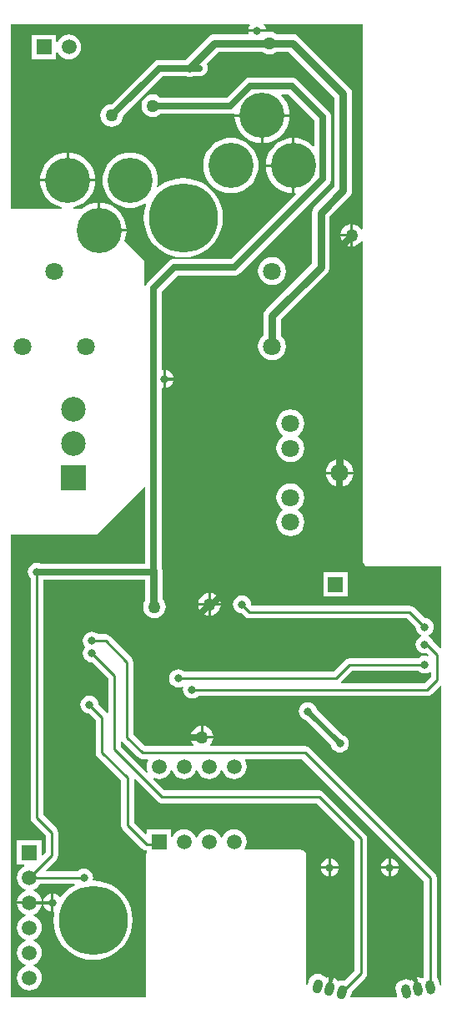
<source format=gbl>
%FSTAX24Y24*%
%MOIN*%
G70*
G01*
G75*
G04 Layer_Physical_Order=2*
G04 Layer_Color=16711680*
%ADD10O,0.0394X0.0984*%
%ADD11R,0.0394X0.0984*%
%ADD12R,0.0394X0.0512*%
%ADD13R,0.0709X0.0709*%
%ADD14R,0.0472X0.0512*%
%ADD15R,0.1004X0.0374*%
%ADD16R,0.1004X0.1299*%
%ADD17O,0.0945X0.0236*%
%ADD18R,0.0945X0.0236*%
%ADD19R,0.0512X0.0394*%
%ADD20R,0.0630X0.0630*%
%ADD21R,0.0374X0.0315*%
%ADD22R,0.0984X0.0512*%
%ADD23O,0.0906X0.0236*%
%ADD24R,0.0709X0.0709*%
%ADD25R,0.0256X0.0472*%
%ADD26C,0.0100*%
%ADD27C,0.0300*%
%ADD28C,0.0250*%
%ADD29C,0.0400*%
%ADD30C,0.0600*%
%ADD31C,0.0200*%
%ADD32C,0.0080*%
%ADD33C,0.0060*%
%ADD34C,0.2756*%
%ADD35C,0.0709*%
%ADD36C,0.0984*%
%ADD37R,0.0984X0.0984*%
G04:AMPARAMS|DCode=38|XSize=37.4mil|YSize=57.1mil|CornerRadius=0mil|HoleSize=0mil|Usage=FLASHONLY|Rotation=345.000|XOffset=0mil|YOffset=0mil|HoleType=Round|Shape=Round|*
%AMOVALD38*
21,1,0.0197,0.0374,0.0000,0.0000,75.0*
1,1,0.0374,-0.0025,-0.0095*
1,1,0.0374,0.0025,0.0095*
%
%ADD38OVALD38*%

G04:AMPARAMS|DCode=39|XSize=37.4mil|YSize=57.1mil|CornerRadius=0mil|HoleSize=0mil|Usage=FLASHONLY|Rotation=10.000|XOffset=0mil|YOffset=0mil|HoleType=Round|Shape=Round|*
%AMOVALD39*
21,1,0.0197,0.0374,0.0000,0.0000,100.0*
1,1,0.0374,0.0017,-0.0097*
1,1,0.0374,-0.0017,0.0097*
%
%ADD39OVALD39*%

%ADD40R,0.0591X0.0591*%
%ADD41C,0.0591*%
%ADD42R,0.0591X0.0591*%
%ADD43C,0.1800*%
%ADD44C,0.0320*%
%ADD45C,0.0500*%
G36*
X18962Y14482D02*
X19023Y144209D01*
X190313Y144154D01*
X190411Y144134D01*
X190636D01*
X190658Y14409D01*
X190645Y144072D01*
X190595Y143952D01*
X190578Y143822D01*
X190595Y143693D01*
X190624Y143623D01*
X190582Y143595D01*
X189555Y144623D01*
Y144831D01*
X189603Y144845D01*
X18962Y14482D01*
D02*
G37*
G36*
X201443Y147643D02*
X201518Y147586D01*
X201606Y147549D01*
X2017Y147537D01*
X201794Y147549D01*
X201882Y147586D01*
X2019Y1476D01*
X201945Y147578D01*
Y147406D01*
X201694Y147155D01*
X198381D01*
X198362Y147201D01*
X198806Y147645D01*
X201442D01*
X201443Y147643D01*
D02*
G37*
G36*
X191019Y142437D02*
X191102Y142382D01*
X191199Y142363D01*
X197377D01*
X198892Y140848D01*
Y135685D01*
X198488Y135282D01*
X198401Y135293D01*
X1983Y13528D01*
X198236Y135254D01*
X198194Y135308D01*
X198113Y135371D01*
X198065Y13539D01*
X19794Y134924D01*
X197844Y13495D01*
X197969Y135416D01*
X197918Y135423D01*
X197817Y13541D01*
X197753Y135383D01*
X197711Y135438D01*
X19763Y1355D01*
X197536Y135539D01*
X197435Y135552D01*
X197334Y135539D01*
X197239Y1355D01*
X197159Y135438D01*
X197097Y135357D01*
X197058Y135263D01*
X197015Y135106D01*
X196966Y135112D01*
Y140256D01*
X196947Y140353D01*
X196891Y140436D01*
X196809Y140491D01*
X196711Y14051D01*
X194519D01*
X194496Y140555D01*
X19451Y140573D01*
X19456Y140693D01*
X194577Y140822D01*
X19456Y140952D01*
X19451Y141072D01*
X19443Y141176D01*
X194327Y141255D01*
X194206Y141305D01*
X194077Y141322D01*
X193948Y141305D01*
X193827Y141255D01*
X193724Y141176D01*
X193645Y141072D01*
X193602Y14097D01*
X193552D01*
X19351Y141072D01*
X19343Y141176D01*
X193327Y141255D01*
X193206Y141305D01*
X193077Y141322D01*
X192948Y141305D01*
X192827Y141255D01*
X192724Y141176D01*
X192645Y141072D01*
X192602Y14097D01*
X192552D01*
X19251Y141072D01*
X19243Y141176D01*
X192327Y141255D01*
X192206Y141305D01*
X192077Y141322D01*
X191948Y141305D01*
X191827Y141255D01*
X191724Y141176D01*
X191645Y141072D01*
X191621Y141017D01*
X191572Y141026D01*
Y141318D01*
X190582D01*
Y141153D01*
X190536Y141134D01*
X190076Y141593D01*
Y143315D01*
X190122Y143334D01*
X191019Y142437D01*
D02*
G37*
G36*
X199212Y165284D02*
X199165Y165268D01*
X199101Y165351D01*
X199007Y165423D01*
X198897Y165468D01*
X19883Y165477D01*
Y16503D01*
Y164583D01*
X198897Y164592D01*
X199007Y164637D01*
X199101Y164709D01*
X199165Y164792D01*
X199212Y164776D01*
Y153248D01*
Y152067D01*
X199212Y152067D01*
X199212D01*
X199231Y151969D01*
X199287Y151886D01*
X199369Y151831D01*
X199467Y151812D01*
X202362D01*
Y148564D01*
X202315Y148545D01*
X20204Y148821D01*
X202014Y148882D01*
X201957Y148957D01*
X201882Y149014D01*
X201856Y149025D01*
Y149075D01*
X201882Y149086D01*
X201957Y149143D01*
X202014Y149218D01*
X202051Y149306D01*
X202063Y1494D01*
X202051Y149494D01*
X202014Y149582D01*
X201957Y149657D01*
X201882Y149714D01*
X201794Y149751D01*
X2017Y149763D01*
X201698Y149763D01*
X20128Y15018D01*
X201198Y150235D01*
X2011Y150255D01*
X194806D01*
X194763Y150298D01*
X194763Y1503D01*
X194751Y150394D01*
X194714Y150482D01*
X194657Y150557D01*
X194582Y150614D01*
X194494Y150651D01*
X1944Y150663D01*
X194306Y150651D01*
X194218Y150614D01*
X194143Y150557D01*
X194086Y150482D01*
X194049Y150394D01*
X194037Y1503D01*
X194049Y150206D01*
X194086Y150118D01*
X194143Y150043D01*
X194218Y149986D01*
X194306Y149949D01*
X1944Y149937D01*
X194402Y149937D01*
X19452Y14982D01*
X194602Y149765D01*
X1947Y149745D01*
X200994D01*
X201337Y149402D01*
X201337Y1494D01*
X201349Y149306D01*
X201386Y149218D01*
X201443Y149143D01*
X201518Y149086D01*
X201544Y149075D01*
Y149025D01*
X201518Y149014D01*
X201443Y148957D01*
X201386Y148882D01*
X201349Y148794D01*
X201337Y1487D01*
X201349Y148606D01*
X201386Y148518D01*
X201443Y148443D01*
X201518Y148386D01*
X201606Y148349D01*
X2017Y148337D01*
X201791Y148349D01*
X201865Y148274D01*
X201837Y148233D01*
X201794Y148251D01*
X2017Y148263D01*
X201606Y148251D01*
X201518Y148214D01*
X201443Y148157D01*
X201442Y148155D01*
X1987D01*
X198602Y148135D01*
X19852Y14808D01*
X198044Y147605D01*
X192108D01*
X192107Y147607D01*
X192032Y147664D01*
X191944Y147701D01*
X19185Y147713D01*
X191756Y147701D01*
X191668Y147664D01*
X191593Y147607D01*
X191536Y147532D01*
X191499Y147444D01*
X191487Y14735D01*
X191499Y147256D01*
X191536Y147168D01*
X191593Y147093D01*
X191668Y147036D01*
X191756Y146999D01*
X19185Y146987D01*
X191944Y146999D01*
X19199Y147018D01*
X192049Y146994D01*
X192037Y1469D01*
X192049Y146806D01*
X192086Y146718D01*
X192143Y146643D01*
X192218Y146586D01*
X192306Y146549D01*
X1924Y146537D01*
X192494Y146549D01*
X192582Y146586D01*
X192657Y146643D01*
X192658Y146645D01*
X2018D01*
X201898Y146665D01*
X20198Y14672D01*
X202315Y147055D01*
X202362Y147036D01*
Y135099D01*
X202312Y135094D01*
X202295Y135189D01*
X202265Y135286D01*
X20221Y135372D01*
X202183Y135397D01*
Y139372D01*
X202183Y139372D01*
X202183Y139372D01*
Y139372D01*
X202183D01*
X202183Y139372D01*
X202163Y13947D01*
X202108Y139552D01*
X197091Y14457D01*
X197008Y144625D01*
X196911Y144644D01*
X193151D01*
X193129Y144689D01*
X193193Y144773D01*
X193238Y144883D01*
X193247Y14495D01*
X192353D01*
X192362Y144883D01*
X192407Y144773D01*
X192471Y144689D01*
X192449Y144644D01*
X190516D01*
X190055Y145106D01*
Y148D01*
X190035Y148098D01*
X18998Y14818D01*
X18913Y14903D01*
X189048Y149085D01*
X18895Y149105D01*
X188658D01*
X188657Y149107D01*
X188582Y149164D01*
X188494Y149201D01*
X1884Y149213D01*
X188306Y149201D01*
X188218Y149164D01*
X188143Y149107D01*
X188086Y149032D01*
X188049Y148944D01*
X188037Y14885D01*
X188049Y148756D01*
X188086Y148668D01*
X188138Y1486D01*
X188086Y148532D01*
X188049Y148444D01*
X188037Y14835D01*
X188049Y148256D01*
X188086Y148168D01*
X188143Y148093D01*
X188218Y148036D01*
X188306Y147999D01*
X1884Y147987D01*
X188402Y147987D01*
X189045Y147344D01*
Y145969D01*
X188997Y145955D01*
X18898Y14598D01*
X188663Y146298D01*
X188663Y1463D01*
X188651Y146394D01*
X188614Y146482D01*
X188557Y146557D01*
X188482Y146614D01*
X188394Y146651D01*
X1883Y146663D01*
X188206Y146651D01*
X188118Y146614D01*
X188043Y146557D01*
X187986Y146482D01*
X187949Y146394D01*
X187937Y1463D01*
X187949Y146206D01*
X187986Y146118D01*
X188043Y146043D01*
X188118Y145986D01*
X188206Y145949D01*
X1883Y145937D01*
X188302Y145937D01*
X188545Y145694D01*
Y1444D01*
X188545Y1444D01*
X188545D01*
X188564Y144302D01*
X18862Y14422D01*
X189566Y143273D01*
Y141488D01*
X189566Y141488D01*
X189566D01*
X189586Y14139D01*
X189641Y141308D01*
X190405Y140544D01*
X190487Y140489D01*
X190582Y14047D01*
Y140371D01*
X19057Y140353D01*
X190551Y140256D01*
Y134605D01*
X185155D01*
Y1531D01*
X1886D01*
X190491Y154991D01*
X190537Y154972D01*
Y151928D01*
X186349D01*
X186294Y151951D01*
X1862Y151963D01*
X186106Y151951D01*
X186018Y151914D01*
X185943Y151857D01*
X185886Y151782D01*
X185849Y151694D01*
X185837Y1516D01*
X185849Y151506D01*
X185886Y151418D01*
X185943Y151343D01*
X185945Y151342D01*
Y1418D01*
X185945Y1418D01*
X185945D01*
X185965Y141702D01*
X18602Y14162D01*
X186545Y141094D01*
Y140406D01*
X186441Y140302D01*
X186395Y140321D01*
Y140895D01*
X185405D01*
Y139905D01*
X185696D01*
X185706Y139856D01*
X18565Y139833D01*
X185547Y139753D01*
X185467Y13965D01*
X185417Y139529D01*
X1854Y1394D01*
X185417Y139271D01*
X185467Y13915D01*
X185547Y139047D01*
X18565Y138967D01*
X185753Y138925D01*
Y138875D01*
X18565Y138833D01*
X185547Y138753D01*
X185467Y13865D01*
X185417Y138529D01*
X185407Y13845D01*
X186393D01*
X186383Y138529D01*
X186333Y13865D01*
X186253Y138753D01*
X18615Y138833D01*
X186047Y138875D01*
Y138925D01*
X18615Y138967D01*
X186253Y139047D01*
X186329Y139145D01*
X187695D01*
X187709Y139097D01*
X187513Y138977D01*
X187324Y138816D01*
X187163Y138627D01*
X187158Y138619D01*
X187108Y138616D01*
X187077Y138657D01*
X187002Y138714D01*
X186914Y138751D01*
X18687Y138757D01*
Y1384D01*
Y138043D01*
X186861Y138042D01*
X186895Y138005D01*
X18688Y137944D01*
X18686Y137696D01*
X18688Y137449D01*
X186938Y137207D01*
X187033Y136978D01*
X187163Y136766D01*
X187324Y136577D01*
X187513Y136416D01*
X187725Y136286D01*
X187954Y136191D01*
X188196Y136133D01*
X188443Y136114D01*
X188691Y136133D01*
X188932Y136191D01*
X189162Y136286D01*
X189374Y136416D01*
X189563Y136577D01*
X189724Y136766D01*
X189854Y136978D01*
X189949Y137207D01*
X190007Y137449D01*
X190026Y137696D01*
X190007Y137944D01*
X189949Y138186D01*
X189854Y138415D01*
X189724Y138627D01*
X189563Y138816D01*
X189374Y138977D01*
X189162Y139107D01*
X188932Y139202D01*
X188691Y13926D01*
X188443Y139279D01*
D01*
X188443Y139279D01*
D01*
X188433Y139298D01*
X188435Y139302D01*
X188455Y1394D01*
X188435Y139498D01*
X188419Y139522D01*
X188394Y139582D01*
X188337Y139657D01*
X188262Y139714D01*
X188174Y139751D01*
X18808Y139763D01*
X187986Y139751D01*
X187898Y139714D01*
X187823Y139657D01*
X187822Y139655D01*
X186581D01*
X186562Y139701D01*
X18698Y14012D01*
X187036Y140202D01*
X187055Y1403D01*
Y1412D01*
X187036Y141298D01*
X18698Y14138D01*
X186455Y141906D01*
Y151272D01*
X190512D01*
Y150434D01*
X190507Y150427D01*
X190462Y150317D01*
X190446Y1502D01*
X190462Y150083D01*
X190507Y149973D01*
X190579Y149879D01*
X190673Y149807D01*
X190783Y149762D01*
X1909Y149746D01*
X191017Y149762D01*
X191127Y149807D01*
X191221Y149879D01*
X191293Y149973D01*
X191338Y150083D01*
X191354Y1502D01*
X191338Y150317D01*
X191293Y150427D01*
X191221Y150521D01*
X191218Y150523D01*
Y151665D01*
X191206Y151756D01*
X191193Y151788D01*
Y158913D01*
X19123Y158946D01*
X19125Y158943D01*
Y1593D01*
Y159657D01*
X19123Y159654D01*
X191193Y159687D01*
Y162794D01*
X191826Y163427D01*
X194105D01*
X194147Y163432D01*
X194189Y163438D01*
X194229Y163454D01*
X194269Y163471D01*
X194336Y163523D01*
X194336Y163523D01*
X194336Y163523D01*
X197862Y167048D01*
X197885Y167078D01*
X197914Y167116D01*
X197937Y167172D01*
X197947Y167195D01*
X197948Y167205D01*
X197958Y16728D01*
Y16975D01*
X197947Y169835D01*
X197914Y169914D01*
X197885Y169952D01*
X197862Y169982D01*
X196622Y171221D01*
X196554Y171273D01*
X196515Y17129D01*
X196475Y171306D01*
X196433Y171312D01*
X19639Y171317D01*
X194718D01*
X194634Y171306D01*
X194555Y171273D01*
X194516Y171244D01*
X194487Y171221D01*
X193793Y170528D01*
X191141D01*
X191056Y170593D01*
X190946Y170638D01*
X190829Y170654D01*
X190711Y170638D01*
X190602Y170593D01*
X190508Y170521D01*
X190436Y170427D01*
X19039Y170317D01*
X190375Y1702D01*
X19039Y170083D01*
X190436Y169973D01*
X190508Y169879D01*
X190602Y169807D01*
X190711Y169762D01*
X190829Y169746D01*
X190946Y169762D01*
X191056Y169807D01*
X191141Y169872D01*
X193929D01*
X193971Y169878D01*
X194014Y169883D01*
X194053Y1699D01*
X194066Y169905D01*
X194107Y169876D01*
X194106Y169865D01*
X196305D01*
X196295Y169987D01*
X196255Y170156D01*
X196188Y170315D01*
X196098Y170463D01*
X195985Y170595D01*
X195962Y170615D01*
X195979Y170662D01*
X196255D01*
X197302Y169614D01*
Y168589D01*
X197255Y168571D01*
X197235Y168595D01*
X197104Y168707D01*
X196956Y168798D01*
X196796Y168864D01*
X196628Y168904D01*
X196505Y168914D01*
Y167814D01*
Y166715D01*
X196538Y166718D01*
X196559Y166672D01*
X193969Y164082D01*
X19169D01*
X191648Y164077D01*
X191605Y164071D01*
X191566Y164055D01*
X191526Y164039D01*
X191488Y164009D01*
X191458Y163986D01*
X190633Y163161D01*
X190581Y163094D01*
X190565Y163054D01*
X190549Y163016D01*
X1905Y163026D01*
Y164D01*
X189694Y164806D01*
X189726Y164883D01*
X189766Y165052D01*
X189776Y165174D01*
X189326D01*
X189226Y165274D01*
X189776D01*
X189766Y165397D01*
X189726Y165565D01*
X18966Y165725D01*
X189569Y165873D01*
X189457Y166005D01*
X189325Y166117D01*
X189177Y166208D01*
X189018Y166274D01*
X188849Y166314D01*
X188727Y166324D01*
Y165773D01*
X188627Y165873D01*
Y166324D01*
X188504Y166314D01*
X188336Y166274D01*
X188176Y166208D01*
X188028Y166117D01*
X188008Y1661D01*
X187668D01*
X187662Y16615D01*
X187768Y166175D01*
X187927Y166241D01*
X188075Y166332D01*
X188207Y166444D01*
X188319Y166576D01*
X18841Y166723D01*
X188476Y166883D01*
X188516Y167052D01*
X188526Y167174D01*
X186327D01*
X186337Y167052D01*
X186377Y166883D01*
X186443Y166723D01*
X186534Y166576D01*
X186646Y166444D01*
X186778Y166332D01*
X186926Y166241D01*
X187086Y166175D01*
X187191Y16615D01*
X187185Y1661D01*
X185155D01*
Y173465D01*
X194693D01*
X194715Y17342D01*
X194686Y173382D01*
X194649Y173294D01*
X194643Y17325D01*
X195357D01*
X195351Y173294D01*
X195314Y173382D01*
X195257Y173457D01*
X19526Y173465D01*
X199212D01*
Y165284D01*
D02*
G37*
G36*
X201673Y139267D02*
Y135429D01*
X20166Y13542D01*
X201613Y135369D01*
X201552Y135401D01*
X201452Y135423D01*
X201401Y135421D01*
X201485Y134946D01*
X201386Y134929D01*
X201302Y135404D01*
X201253Y135388D01*
X201167Y135333D01*
X201121Y135282D01*
X201059Y135314D01*
X20096Y135336D01*
X200858Y135332D01*
X200761Y135301D01*
X200675Y135247D01*
X200606Y135171D01*
X200559Y135081D01*
X200537Y134982D01*
X200542Y13488D01*
X200576Y134686D01*
X200589Y134645D01*
X200559Y134605D01*
X198766D01*
X198735Y134645D01*
X198778Y134802D01*
X198785Y134857D01*
X199327Y135399D01*
X199382Y135482D01*
X199401Y135579D01*
X199401Y135579D01*
X199401Y135579D01*
Y135579D01*
Y140954D01*
X199401Y140954D01*
X199401Y140954D01*
Y140954D01*
X199401D01*
X199401Y140954D01*
X199382Y141051D01*
X199327Y141134D01*
X197663Y142798D01*
X19758Y142853D01*
X197482Y142873D01*
X191305D01*
X19085Y143327D01*
X190878Y143369D01*
X190948Y14334D01*
X191077Y143323D01*
X191206Y14334D01*
X191327Y14339D01*
X19143Y143469D01*
X19151Y143573D01*
X191552Y143675D01*
X191602D01*
X191645Y143573D01*
X191724Y143469D01*
X191827Y14339D01*
X191948Y14334D01*
X192077Y143323D01*
X192206Y14334D01*
X192327Y14339D01*
X19243Y143469D01*
X19251Y143573D01*
X192552Y143675D01*
X192602D01*
X192645Y143573D01*
X192724Y143469D01*
X192827Y14339D01*
X192948Y14334D01*
X193077Y143323D01*
X193206Y14334D01*
X193327Y14339D01*
X19343Y143469D01*
X19351Y143573D01*
X193552Y143675D01*
X193602D01*
X193645Y143573D01*
X193724Y143469D01*
X193827Y14339D01*
X193948Y14334D01*
X194077Y143323D01*
X194206Y14334D01*
X194327Y14339D01*
X19443Y143469D01*
X19451Y143573D01*
X19456Y143693D01*
X194577Y143822D01*
X19456Y143952D01*
X19451Y144072D01*
X194496Y14409D01*
X194519Y144134D01*
X196805D01*
X201673Y139267D01*
D02*
G37*
%LPC*%
G36*
X19275Y145447D02*
X192683Y145438D01*
X192573Y145393D01*
X192479Y145321D01*
X192407Y145227D01*
X192362Y145117D01*
X192353Y14505D01*
X19275D01*
Y145447D01*
D02*
G37*
G36*
X19703Y146393D02*
X196936Y146381D01*
X196848Y146344D01*
X196773Y146287D01*
X196716Y146212D01*
X196679Y146124D01*
X196667Y14603D01*
X196679Y145936D01*
X196716Y145848D01*
X196773Y145773D01*
X196848Y145716D01*
X196936Y145679D01*
X196955Y145677D01*
X197957Y144675D01*
X197959Y144656D01*
X197996Y144568D01*
X198053Y144493D01*
X198128Y144436D01*
X198216Y144399D01*
X19831Y144387D01*
X198404Y144399D01*
X198492Y144436D01*
X198567Y144493D01*
X198624Y144568D01*
X198661Y144656D01*
X198673Y14475D01*
X198661Y144844D01*
X198624Y144932D01*
X198567Y145007D01*
X198492Y145064D01*
X198404Y145101D01*
X198385Y145103D01*
X197383Y146105D01*
X197381Y146124D01*
X197344Y146212D01*
X197287Y146287D01*
X197212Y146344D01*
X197124Y146381D01*
X19703Y146393D01*
D02*
G37*
G36*
X19285Y145447D02*
Y14505D01*
X193247D01*
X193238Y145117D01*
X193193Y145227D01*
X193121Y145321D01*
X193027Y145393D01*
X192917Y145438D01*
X19285Y145447D01*
D02*
G37*
G36*
X19305Y150747D02*
X192983Y150738D01*
X192873Y150693D01*
X192779Y150621D01*
X192707Y150527D01*
X192662Y150417D01*
X192653Y15035D01*
X19305D01*
Y150747D01*
D02*
G37*
G36*
X19315D02*
Y15035D01*
X193547D01*
X193538Y150417D01*
X193493Y150527D01*
X193421Y150621D01*
X193327Y150693D01*
X193217Y150738D01*
X19315Y150747D01*
D02*
G37*
G36*
X19305Y15025D02*
X192653D01*
X192662Y150183D01*
X192707Y150073D01*
X192779Y149979D01*
X192873Y149907D01*
X192983Y149862D01*
X19305Y149853D01*
Y15025D01*
D02*
G37*
G36*
X193547D02*
X19315D01*
Y149853D01*
X193217Y149862D01*
X193327Y149907D01*
X193421Y149979D01*
X193493Y150073D01*
X193538Y150183D01*
X193547Y15025D01*
D02*
G37*
G36*
X20035Y140157D02*
Y13985D01*
X200657D01*
X200651Y139894D01*
X200614Y139982D01*
X200557Y140057D01*
X200482Y140114D01*
X200394Y140151D01*
X20035Y140157D01*
D02*
G37*
G36*
X19785Y13975D02*
X197543D01*
X197549Y139706D01*
X197586Y139618D01*
X197643Y139543D01*
X197718Y139486D01*
X197806Y139449D01*
X19785Y139443D01*
Y13975D01*
D02*
G37*
G36*
X198257D02*
X19795D01*
Y139443D01*
X197994Y139449D01*
X198082Y139486D01*
X198157Y139543D01*
X198214Y139618D01*
X198251Y139706D01*
X198257Y13975D01*
D02*
G37*
G36*
X18677Y138757D02*
X186726Y138751D01*
X186638Y138714D01*
X186563Y138657D01*
X186506Y138582D01*
X186469Y138494D01*
X186463Y13845D01*
X18677D01*
Y138757D01*
D02*
G37*
G36*
X186393Y13835D02*
X185407D01*
X185417Y138271D01*
X185467Y13815D01*
X185547Y138047D01*
X18565Y137967D01*
X185753Y137925D01*
Y137875D01*
X18565Y137833D01*
X185547Y137753D01*
X185467Y13765D01*
X185417Y137529D01*
X1854Y1374D01*
X185417Y137271D01*
X185467Y13715D01*
X185547Y137047D01*
X18565Y136967D01*
X185753Y136925D01*
Y136875D01*
X18565Y136833D01*
X185547Y136753D01*
X185467Y13665D01*
X185417Y136529D01*
X1854Y1364D01*
X185417Y136271D01*
X185467Y13615D01*
X185547Y136047D01*
X18565Y135967D01*
X185753Y135925D01*
Y135875D01*
X18565Y135833D01*
X185547Y135753D01*
X185467Y13565D01*
X185417Y135529D01*
X1854Y1354D01*
X185417Y135271D01*
X185467Y13515D01*
X185547Y135047D01*
X18565Y134967D01*
X185771Y134917D01*
X1859Y1349D01*
X186029Y134917D01*
X18615Y134967D01*
X186253Y135047D01*
X186333Y13515D01*
X186383Y135271D01*
X1864Y1354D01*
X186383Y135529D01*
X186333Y13565D01*
X186253Y135753D01*
X18615Y135833D01*
X186047Y135875D01*
Y135925D01*
X18615Y135967D01*
X186253Y136047D01*
X186333Y13615D01*
X186383Y136271D01*
X1864Y1364D01*
X186383Y136529D01*
X186333Y13665D01*
X186253Y136753D01*
X18615Y136833D01*
X186047Y136875D01*
Y136925D01*
X18615Y136967D01*
X186253Y137047D01*
X186333Y13715D01*
X186383Y137271D01*
X1864Y1374D01*
X186383Y137529D01*
X186333Y13765D01*
X186253Y137753D01*
X18615Y137833D01*
X186047Y137875D01*
Y137925D01*
X18615Y137967D01*
X186253Y138047D01*
X186333Y13815D01*
X186383Y138271D01*
X186393Y13835D01*
D02*
G37*
G36*
X18677D02*
X186463D01*
X186469Y138306D01*
X186506Y138218D01*
X186563Y138143D01*
X186638Y138086D01*
X186726Y138049D01*
X18677Y138043D01*
Y13835D01*
D02*
G37*
G36*
X19795Y140157D02*
Y13985D01*
X198257D01*
X198251Y139894D01*
X198214Y139982D01*
X198157Y140057D01*
X198082Y140114D01*
X197994Y140151D01*
X19795Y140157D01*
D02*
G37*
G36*
X20025D02*
X200206Y140151D01*
X200118Y140114D01*
X200043Y140057D01*
X199986Y139982D01*
X199949Y139894D01*
X199943Y13985D01*
X20025D01*
Y140157D01*
D02*
G37*
G36*
X19785D02*
X197806Y140151D01*
X197718Y140114D01*
X197643Y140057D01*
X197586Y139982D01*
X197549Y139894D01*
X197543Y13985D01*
X19785D01*
Y140157D01*
D02*
G37*
G36*
X20025Y13975D02*
X199943D01*
X199949Y139706D01*
X199986Y139618D01*
X200043Y139543D01*
X200118Y139486D01*
X200206Y139449D01*
X20025Y139443D01*
Y13975D01*
D02*
G37*
G36*
X200657D02*
X20035D01*
Y139443D01*
X200394Y139449D01*
X200482Y139486D01*
X200557Y139543D01*
X200614Y139618D01*
X200651Y139706D01*
X200657Y13975D01*
D02*
G37*
G36*
X196405Y167765D02*
X195356D01*
X195365Y167642D01*
X195406Y167474D01*
X195472Y167314D01*
X195562Y167166D01*
X195675Y167034D01*
X195807Y166922D01*
X195954Y166831D01*
X196114Y166765D01*
X196283Y166725D01*
X196405Y166715D01*
Y167765D01*
D02*
G37*
G36*
X187377Y168324D02*
X187254Y168314D01*
X187086Y168274D01*
X186926Y168208D01*
X186778Y168117D01*
X186646Y168005D01*
X186534Y167873D01*
X186443Y167725D01*
X186377Y167565D01*
X186337Y167397D01*
X186327Y167274D01*
X187377D01*
Y168324D01*
D02*
G37*
G36*
X193955Y168918D02*
X193783Y168904D01*
X193614Y168864D01*
X193454Y168798D01*
X193307Y168707D01*
X193175Y168595D01*
X193062Y168463D01*
X192972Y168316D01*
X192906Y168156D01*
X192865Y167987D01*
X192852Y167815D01*
X192865Y167642D01*
X192906Y167474D01*
X192972Y167314D01*
X193062Y167166D01*
X193175Y167034D01*
X193307Y166922D01*
X193454Y166831D01*
X193614Y166765D01*
X193783Y166725D01*
X193955Y166711D01*
X194128Y166725D01*
X194296Y166765D01*
X194456Y166831D01*
X194604Y166922D01*
X194735Y167034D01*
X194848Y167166D01*
X194938Y167314D01*
X195005Y167474D01*
X195045Y167642D01*
X195059Y167815D01*
X195045Y167987D01*
X195005Y168156D01*
X194938Y168316D01*
X194848Y168463D01*
X194735Y168595D01*
X194604Y168707D01*
X194456Y168798D01*
X194296Y168864D01*
X194128Y168904D01*
X193955Y168918D01*
D02*
G37*
G36*
X19873Y16498D02*
X198333D01*
X198342Y164913D01*
X198387Y164803D01*
X198459Y164709D01*
X198553Y164637D01*
X198663Y164592D01*
X19873Y164583D01*
Y16498D01*
D02*
G37*
G36*
Y165477D02*
X198663Y165468D01*
X198553Y165423D01*
X198459Y165351D01*
X198387Y165257D01*
X198342Y165147D01*
X198333Y16508D01*
X19873D01*
Y165477D01*
D02*
G37*
G36*
X187477Y168324D02*
Y167274D01*
X188526D01*
X188516Y167397D01*
X188476Y167565D01*
X18841Y167725D01*
X188319Y167873D01*
X188207Y168005D01*
X188075Y168117D01*
X187927Y168208D01*
X187768Y168274D01*
X187599Y168314D01*
X187477Y168324D01*
D02*
G37*
G36*
X187475Y173039D02*
X187346Y173022D01*
X187225Y172972D01*
X187122Y172892D01*
X187042Y172789D01*
X187019Y172733D01*
X18697Y172743D01*
Y173034D01*
X18598D01*
Y172044D01*
X18697D01*
Y172335D01*
X187019Y172345D01*
X187042Y172289D01*
X187122Y172186D01*
X187225Y172106D01*
X187346Y172056D01*
X187475Y172039D01*
X187604Y172056D01*
X187725Y172106D01*
X187828Y172186D01*
X187907Y172289D01*
X187957Y17241D01*
X187974Y172539D01*
X187957Y172668D01*
X187907Y172789D01*
X187828Y172892D01*
X187725Y172972D01*
X187604Y173022D01*
X187475Y173039D01*
D02*
G37*
G36*
X19536Y173175D02*
X195357Y17315D01*
X194643D01*
X194649Y173106D01*
X194654Y173095D01*
X194626Y173053D01*
X1933D01*
X1933Y173053D01*
X193209Y173041D01*
X193123Y173006D01*
X19305Y17295D01*
X192129Y172028D01*
X19108D01*
X190995Y172017D01*
X190939Y171993D01*
X190916Y171984D01*
X190887Y171961D01*
X190848Y171932D01*
X189179Y170262D01*
X189073Y170248D01*
X188963Y170203D01*
X188869Y170131D01*
X188797Y170037D01*
X188752Y169927D01*
X188736Y16981D01*
X188752Y169693D01*
X188797Y169583D01*
X188869Y169489D01*
X188963Y169417D01*
X189073Y169372D01*
X18919Y169356D01*
X189307Y169372D01*
X189417Y169417D01*
X189511Y169489D01*
X189583Y169583D01*
X189628Y169693D01*
X189642Y169799D01*
X191216Y171372D01*
X192177D01*
X192209Y171359D01*
X1923Y171347D01*
X192391Y171359D01*
X192423Y171372D01*
X1927D01*
X192785Y171383D01*
X192864Y171416D01*
X192932Y171468D01*
X192984Y171536D01*
X193017Y171615D01*
X193028Y1717D01*
X193017Y171785D01*
X192984Y171864D01*
X192975Y171876D01*
X193446Y172347D01*
X195221D01*
X195273Y172307D01*
X195383Y172262D01*
X1955Y172246D01*
X195617Y172262D01*
X195727Y172307D01*
X195779Y172347D01*
X196274D01*
X198087Y170534D01*
Y166966D01*
X1973Y16618D01*
X197244Y166107D01*
X197209Y166021D01*
X197197Y16593D01*
Y163906D01*
X19535Y16206D01*
X195294Y161987D01*
X195259Y161901D01*
X195247Y16181D01*
Y161028D01*
X195205Y160995D01*
X195116Y16088D01*
X19506Y160745D01*
X195041Y1606D01*
X19506Y160455D01*
X195116Y16032D01*
X195205Y160205D01*
X19532Y160116D01*
X195455Y16006D01*
X1956Y160041D01*
X195745Y16006D01*
X19588Y160116D01*
X195995Y160205D01*
X196084Y16032D01*
X19614Y160455D01*
X196159Y1606D01*
X19614Y160745D01*
X196084Y16088D01*
X195995Y160995D01*
X195953Y161028D01*
Y161664D01*
X1978Y16351D01*
X197856Y163583D01*
X197891Y163669D01*
X197903Y16376D01*
X197903Y16376D01*
X197903Y16376D01*
Y16376D01*
Y165784D01*
X19869Y16657D01*
X198746Y166643D01*
X198781Y166729D01*
X198793Y16682D01*
Y17068D01*
X198781Y170771D01*
X198746Y170857D01*
X19869Y17093D01*
X19667Y17295D01*
X196597Y173006D01*
X196511Y173041D01*
X19642Y173053D01*
X195779D01*
X195727Y173093D01*
X195617Y173138D01*
X1955Y173154D01*
X195395Y17314D01*
X19536Y173175D01*
D02*
G37*
G36*
X196305Y169765D02*
X195255D01*
Y168715D01*
X195378Y168725D01*
X195546Y168765D01*
X195706Y168831D01*
X195854Y168922D01*
X195985Y169034D01*
X196098Y169166D01*
X196188Y169314D01*
X196255Y169474D01*
X196295Y169642D01*
X196305Y169765D01*
D02*
G37*
G36*
X196405Y168914D02*
X196283Y168904D01*
X196114Y168864D01*
X195954Y168798D01*
X195807Y168707D01*
X195675Y168595D01*
X195562Y168463D01*
X195472Y168316D01*
X195406Y168156D01*
X195365Y167987D01*
X195356Y167865D01*
X196405D01*
Y168914D01*
D02*
G37*
G36*
X195155Y169765D02*
X194106D01*
X194115Y169642D01*
X194156Y169474D01*
X194222Y169314D01*
X194312Y169166D01*
X194425Y169034D01*
X194557Y168922D01*
X194704Y168831D01*
X194864Y168765D01*
X195033Y168725D01*
X195155Y168715D01*
Y169765D01*
D02*
G37*
G36*
X198853Y1555D02*
X19835D01*
Y154997D01*
X198445Y15501D01*
X19858Y155066D01*
X198695Y155155D01*
X198784Y15527D01*
X19884Y155405D01*
X198853Y1555D01*
D02*
G37*
G36*
X19825Y156103D02*
X198155Y15609D01*
X19802Y156034D01*
X197905Y155945D01*
X197816Y15583D01*
X19776Y155695D01*
X197747Y1556D01*
X19825D01*
Y156103D01*
D02*
G37*
G36*
Y1555D02*
X197747D01*
X19776Y155405D01*
X197816Y15527D01*
X197905Y155155D01*
X19802Y155066D01*
X198155Y15501D01*
X19825Y154997D01*
Y1555D01*
D02*
G37*
G36*
X198635Y151595D02*
X197645D01*
Y150605D01*
X198635D01*
Y151595D01*
D02*
G37*
G36*
X196332Y155125D02*
X196187Y155106D01*
X196052Y15505D01*
X195936Y154961D01*
X195847Y154845D01*
X195791Y15471D01*
X195772Y154566D01*
X195791Y154421D01*
X195847Y154286D01*
X195936Y15417D01*
X19603Y154099D01*
Y154049D01*
X195936Y153977D01*
X195847Y153861D01*
X195791Y153726D01*
X195772Y153581D01*
X195791Y153437D01*
X195847Y153302D01*
X195936Y153186D01*
X196052Y153097D01*
X196187Y153041D01*
X196332Y153022D01*
X196476Y153041D01*
X196611Y153097D01*
X196727Y153186D01*
X196816Y153302D01*
X196872Y153437D01*
X196891Y153581D01*
X196872Y153726D01*
X196816Y153861D01*
X196727Y153977D01*
X196611Y154066D01*
Y154082D01*
X196727Y15417D01*
X196816Y154286D01*
X196872Y154421D01*
X196891Y154566D01*
X196872Y15471D01*
X196816Y154845D01*
X196727Y154961D01*
X196611Y15505D01*
X196476Y155106D01*
X196332Y155125D01*
D02*
G37*
G36*
X19835Y156103D02*
Y1556D01*
X198853D01*
X19884Y155695D01*
X198784Y15583D01*
X198695Y155945D01*
X19858Y156034D01*
X198445Y15609D01*
X19835Y156103D01*
D02*
G37*
G36*
X1956Y164159D02*
X195455Y16414D01*
X19532Y164084D01*
X195205Y163995D01*
X195116Y16388D01*
X19506Y163745D01*
X195041Y1636D01*
X19506Y163455D01*
X195116Y16332D01*
X195205Y163205D01*
X19532Y163116D01*
X195455Y16306D01*
X1956Y163041D01*
X195745Y16306D01*
X19588Y163116D01*
X195995Y163205D01*
X196084Y16332D01*
X19614Y163455D01*
X196159Y1636D01*
X19614Y163745D01*
X196084Y16388D01*
X195995Y163995D01*
X19588Y164084D01*
X195745Y16414D01*
X1956Y164159D01*
D02*
G37*
G36*
X189927Y168328D02*
X189754Y168314D01*
X189586Y168274D01*
X189426Y168208D01*
X189278Y168117D01*
X189146Y168005D01*
X189034Y167873D01*
X188943Y167725D01*
X188877Y167565D01*
X188837Y167397D01*
X188823Y167224D01*
X188837Y167052D01*
X188877Y166883D01*
X188943Y166723D01*
X189034Y166576D01*
X189146Y166444D01*
X189278Y166332D01*
X189426Y166241D01*
X189586Y166175D01*
X189754Y166135D01*
X189927Y166121D01*
X190099Y166135D01*
X190268Y166175D01*
X190427Y166241D01*
X190528Y166303D01*
X190566Y16627D01*
X190545Y166219D01*
X190487Y165978D01*
X190467Y16573D01*
X190487Y165482D01*
X190545Y165241D01*
X19064Y165011D01*
X190769Y1648D01*
X190931Y164611D01*
X19112Y164449D01*
X191331Y16432D01*
X191561Y164225D01*
X191802Y164167D01*
X19205Y164147D01*
X192298Y164167D01*
X192539Y164225D01*
X192769Y16432D01*
X19298Y164449D01*
X193169Y164611D01*
X193331Y1648D01*
X19346Y165011D01*
X193555Y165241D01*
X193613Y165482D01*
X193633Y16573D01*
X193613Y165978D01*
X193555Y166219D01*
X19346Y166449D01*
X193331Y16666D01*
X193169Y166849D01*
X19298Y167011D01*
X192769Y16714D01*
X192539Y167235D01*
X192298Y167293D01*
X19205Y167313D01*
X191802Y167293D01*
X191561Y167235D01*
X191331Y16714D01*
X19112Y167011D01*
X191039Y166941D01*
X190996Y166968D01*
X191016Y167052D01*
X19103Y167224D01*
X191016Y167397D01*
X190976Y167565D01*
X19091Y167725D01*
X190819Y167873D01*
X190707Y168005D01*
X190575Y168117D01*
X190427Y168208D01*
X190268Y168274D01*
X190099Y168314D01*
X189927Y168328D01*
D02*
G37*
G36*
X19135Y159657D02*
Y15935D01*
X191657D01*
X191651Y159394D01*
X191614Y159482D01*
X191557Y159557D01*
X191482Y159614D01*
X191394Y159651D01*
X19135Y159657D01*
D02*
G37*
G36*
X196332Y158078D02*
X196187Y158059D01*
X196052Y158003D01*
X195936Y157914D01*
X195847Y157798D01*
X195791Y157663D01*
X195772Y157519D01*
X195791Y157374D01*
X195847Y157239D01*
X195936Y157123D01*
X19603Y157051D01*
Y157001D01*
X195936Y15693D01*
X195847Y156814D01*
X195791Y156679D01*
X195772Y156534D01*
X195791Y15639D01*
X195847Y156255D01*
X195936Y156139D01*
X196052Y15605D01*
X196187Y155994D01*
X196332Y155975D01*
X196476Y155994D01*
X196611Y15605D01*
X196727Y156139D01*
X196816Y156255D01*
X196872Y15639D01*
X196891Y156534D01*
X196872Y156679D01*
X196816Y156814D01*
X196727Y15693D01*
X196611Y157018D01*
Y157034D01*
X196727Y157123D01*
X196816Y157239D01*
X196872Y157374D01*
X196891Y157519D01*
X196872Y157663D01*
X196816Y157798D01*
X196727Y157914D01*
X196611Y158003D01*
X196476Y158059D01*
X196332Y158078D01*
D02*
G37*
G36*
X191657Y15925D02*
X19135D01*
Y158943D01*
X191394Y158949D01*
X191482Y158986D01*
X191557Y159043D01*
X191614Y159118D01*
X191651Y159206D01*
X191657Y15925D01*
D02*
G37*
%LPD*%
D26*
X190585Y140724D02*
X191077D01*
X196911Y144389D02*
X201928Y139372D01*
X190411Y144389D02*
X196911D01*
X1898Y145D02*
X190411Y144389D01*
X191199Y142618D02*
X197482D01*
X1893Y144517D02*
X191199Y142618D01*
X1893Y144517D02*
Y14745D01*
X197482Y142618D02*
X199146Y140954D01*
X1888Y1444D02*
X189821Y143379D01*
Y141488D02*
Y143379D01*
Y141488D02*
X190585Y140724D01*
X196455Y167055D02*
Y167815D01*
X1908Y170171D02*
X190829Y1702D01*
X1859Y1394D02*
X1868Y1403D01*
Y1412D01*
X1862Y1418D02*
X1868Y1412D01*
X1862Y1418D02*
Y1516D01*
X1979Y1352D02*
Y1398D01*
X197892Y135192D02*
X1979Y1352D01*
X197892Y134937D02*
Y135192D01*
X201435Y134937D02*
Y135165D01*
X2003Y1363D02*
X201435Y135165D01*
X2003Y1363D02*
Y1398D01*
X1888Y1444D02*
Y1458D01*
X1883Y1463D02*
X1888Y1458D01*
X201928Y135024D02*
Y139372D01*
X199146Y135579D02*
Y140954D01*
X198375Y134808D02*
X199146Y135579D01*
X1884Y14835D02*
X1893Y14745D01*
X2011Y15D02*
X2017Y1494D01*
X1947Y15D02*
X2011D01*
X1924Y1469D02*
X2018D01*
X1987Y1479D02*
X2017D01*
X19815Y14735D02*
X1987Y1479D01*
X19185Y14735D02*
X19815D01*
X1884Y14885D02*
X18895D01*
X1898Y148D01*
Y145D02*
Y148D01*
X1944Y1503D02*
X1947Y15D01*
X2018Y1469D02*
X2022Y1473D01*
Y1483D01*
X2018Y1487D02*
X2022Y1483D01*
X1859Y1384D02*
X18682D01*
X18808Y1394D02*
X1882D01*
X1859D02*
X18808D01*
X1913Y1593D02*
X19822D01*
X193Y1502D02*
X1931D01*
X190865Y150235D02*
X1909Y1502D01*
D27*
X1933Y1727D02*
X1955D01*
X1923Y1717D02*
X1933Y1727D01*
X1956Y1606D02*
Y16181D01*
X19755Y16376D01*
X1955Y1727D02*
X19642D01*
X19844Y17068D01*
X19755Y16376D02*
Y16593D01*
X19844Y16682D01*
Y17068D01*
X1983Y16455D02*
X19878Y16503D01*
X1983Y15555D02*
Y16455D01*
X190865Y150235D02*
Y151665D01*
D28*
X1862Y1516D02*
X1908D01*
X1923Y145D02*
X1928D01*
X1909Y1464D02*
X1923Y145D01*
X1983Y1538D02*
Y15555D01*
X1967Y1522D02*
X1983Y1538D01*
X1951Y1522D02*
X1967D01*
X1909Y1464D02*
Y1481D01*
X193Y1502D01*
X18919Y16981D02*
X19108Y1717D01*
X190865Y16293D02*
X19169Y163755D01*
X1923Y1717D02*
X1927D01*
X19108D02*
X1923D01*
X19169Y163755D02*
X194105D01*
X19763Y16728D01*
Y16975D01*
X193929Y1702D02*
X194718Y17099D01*
X19639D02*
X19763Y16975D01*
X194718Y17099D02*
X19639D01*
X190829Y1702D02*
X193929D01*
X1931Y1502D02*
X1951Y1522D01*
X190865Y151665D02*
Y16293D01*
D31*
X19703Y14603D02*
X19831Y14475D01*
D34*
X19205Y16573D02*
D03*
X188443Y137696D02*
D03*
D35*
X1956Y1636D02*
D03*
Y1606D02*
D03*
X186899Y1636D02*
D03*
X185639Y1606D02*
D03*
X188159D02*
D03*
X1983Y15555D02*
D03*
X196332Y153581D02*
D03*
Y157519D02*
D03*
Y154566D02*
D03*
Y156534D02*
D03*
D36*
X187655Y156722D02*
D03*
Y1581D02*
D03*
D37*
Y155344D02*
D03*
D38*
X198375Y134808D02*
D03*
X197892Y134937D02*
D03*
X197409Y135067D02*
D03*
D39*
X201928Y135024D02*
D03*
X201435Y134937D02*
D03*
X200943Y134851D02*
D03*
D40*
X186475Y172539D02*
D03*
X19814Y1511D02*
D03*
D41*
X187475Y172539D02*
D03*
X1859Y1394D02*
D03*
Y1384D02*
D03*
Y1374D02*
D03*
Y1364D02*
D03*
Y1354D02*
D03*
X192077Y140822D02*
D03*
X193077D02*
D03*
X194077D02*
D03*
X191077Y143822D02*
D03*
X192077D02*
D03*
X193077D02*
D03*
X194077D02*
D03*
D42*
X1859Y1404D02*
D03*
X191077Y140822D02*
D03*
D43*
X195205Y169815D02*
D03*
X196455Y167815D02*
D03*
X193955D02*
D03*
X189927Y167224D02*
D03*
X187427D02*
D03*
X188677Y165224D02*
D03*
D44*
X195Y1732D02*
D03*
X1913Y1593D02*
D03*
X1862Y1516D02*
D03*
X1979Y1398D02*
D03*
X2003D02*
D03*
X1883Y1463D02*
D03*
X1884Y14885D02*
D03*
Y14835D02*
D03*
X2017Y1494D02*
D03*
Y1487D02*
D03*
Y1479D02*
D03*
X1924Y1469D02*
D03*
X19185Y14735D02*
D03*
X1944Y1503D02*
D03*
X19703Y14603D02*
D03*
X19831Y14475D02*
D03*
X18682Y1384D02*
D03*
X18808Y1394D02*
D03*
D45*
X190829Y1702D02*
D03*
X1909Y1502D02*
D03*
X1928Y145D02*
D03*
X1931Y1503D02*
D03*
X1955Y1727D02*
D03*
X18919Y16981D02*
D03*
X19878Y16503D02*
D03*
M02*

</source>
